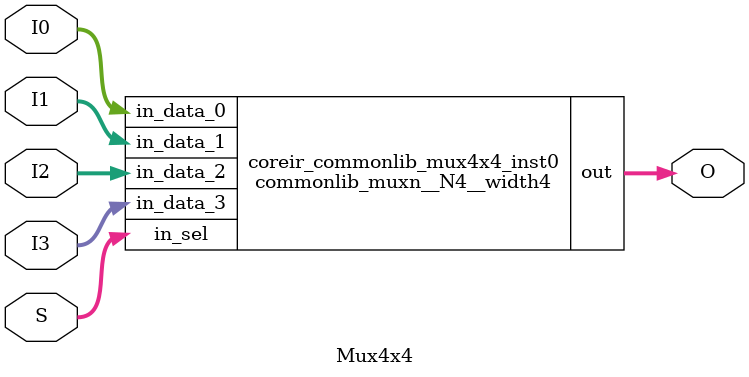
<source format=v>
module coreir_slice #(parameter hi = 1, parameter lo = 0, parameter width = 1) (input [width-1:0] in, output [hi-lo-1:0] out);
  assign out = in[hi-1:lo];
endmodule

module commonlib_muxn__N2__width4 (input [3:0] in_data_0, input [3:0] in_data_1, input [0:0] in_sel, output [3:0] out);
assign out = in_sel[0] ? in_data_1 : in_data_0;
endmodule

module commonlib_muxn__N4__width4 (input [3:0] in_data_0, input [3:0] in_data_1, input [3:0] in_data_2, input [3:0] in_data_3, input [1:0] in_sel, output [3:0] out);
wire [3:0] muxN_0_out;
wire [3:0] muxN_1_out;
wire [0:0] sel_slice0_out;
wire [0:0] sel_slice1_out;
commonlib_muxn__N2__width4 muxN_0(.in_data_0(in_data_0), .in_data_1(in_data_1), .in_sel(sel_slice0_out), .out(muxN_0_out));
commonlib_muxn__N2__width4 muxN_1(.in_data_0(in_data_2), .in_data_1(in_data_3), .in_sel(sel_slice1_out), .out(muxN_1_out));
coreir_slice #(.hi(1), .lo(0), .width(2)) sel_slice0(.in(in_sel), .out(sel_slice0_out));
coreir_slice #(.hi(1), .lo(0), .width(2)) sel_slice1(.in(in_sel), .out(sel_slice1_out));
assign out = in_sel[1] ? muxN_1_out : muxN_0_out;
endmodule

module Mux4x4 (input [3:0] I0, input [3:0] I1, input [3:0] I2, input [3:0] I3, output [3:0] O, input [1:0] S);
commonlib_muxn__N4__width4 coreir_commonlib_mux4x4_inst0(.in_data_0(I0), .in_data_1(I1), .in_data_2(I2), .in_data_3(I3), .in_sel(S), .out(O));
endmodule


</source>
